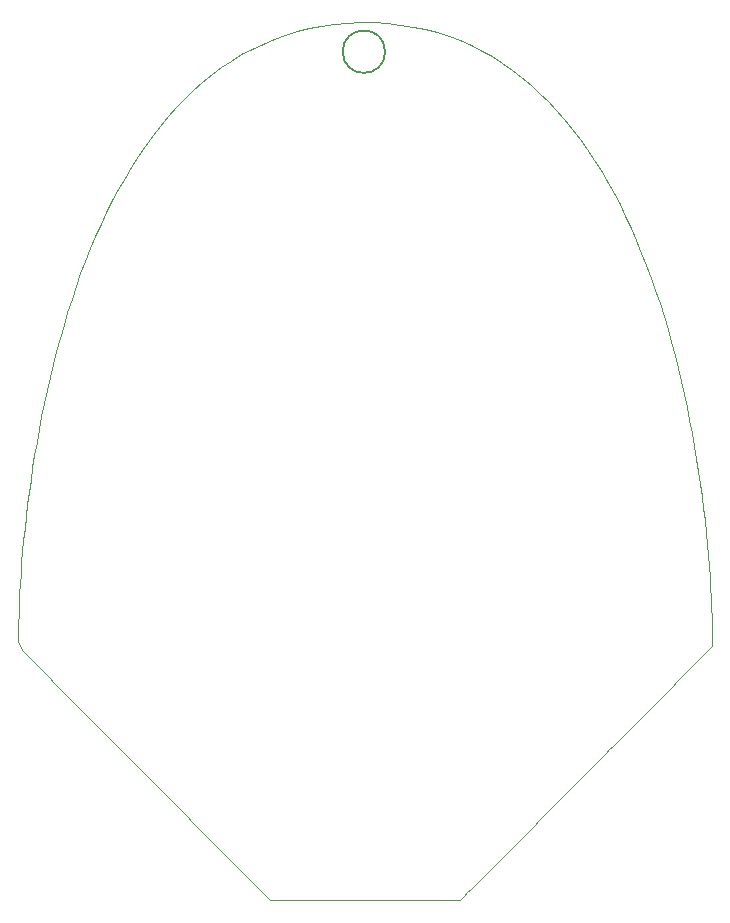
<source format=gbr>
G04 #@! TF.GenerationSoftware,KiCad,Pcbnew,5.1.5-52549c5~86~ubuntu18.04.1*
G04 #@! TF.CreationDate,2020-04-16T18:44:58-06:00*
G04 #@! TF.ProjectId,001,3030312e-6b69-4636-9164-5f7063625858,rev?*
G04 #@! TF.SameCoordinates,Original*
G04 #@! TF.FileFunction,Profile,NP*
%FSLAX46Y46*%
G04 Gerber Fmt 4.6, Leading zero omitted, Abs format (unit mm)*
G04 Created by KiCad (PCBNEW 5.1.5-52549c5~86~ubuntu18.04.1) date 2020-04-16 18:44:58*
%MOMM*%
%LPD*%
G04 APERTURE LIST*
%ADD10C,0.152400*%
%ADD11C,0.100000*%
G04 APERTURE END LIST*
D10*
X156101051Y-66040000D02*
G75*
G03X156101051Y-66040000I-1796051J0D01*
G01*
D11*
X154396680Y-63550001D02*
X154010641Y-63550001D01*
X154010641Y-63550001D02*
X152876863Y-63596116D01*
X152876863Y-63596116D02*
X151771961Y-63696251D01*
X151771961Y-63696251D02*
X150695585Y-63848995D01*
X150695585Y-63848995D02*
X149647381Y-64052937D01*
X149647381Y-64052937D02*
X148627000Y-64306666D01*
X148627000Y-64306666D02*
X147634089Y-64608769D01*
X147634089Y-64608769D02*
X146668297Y-64957837D01*
X146668297Y-64957837D02*
X145729273Y-65352457D01*
X145729273Y-65352457D02*
X144816664Y-65791219D01*
X144816664Y-65791219D02*
X143930119Y-66272710D01*
X143930119Y-66272710D02*
X143069287Y-66795520D01*
X143069287Y-66795520D02*
X142233816Y-67358238D01*
X142233816Y-67358238D02*
X141423355Y-67959452D01*
X141423355Y-67959452D02*
X140637551Y-68597750D01*
X140637551Y-68597750D02*
X139876054Y-69271722D01*
X139876054Y-69271722D02*
X139138512Y-69979956D01*
X139138512Y-69979956D02*
X138424573Y-70721041D01*
X138424573Y-70721041D02*
X137733886Y-71493566D01*
X137733886Y-71493566D02*
X137066099Y-72296119D01*
X137066099Y-72296119D02*
X136420860Y-73127289D01*
X136420860Y-73127289D02*
X135797819Y-73985664D01*
X135797819Y-73985664D02*
X135196623Y-74869834D01*
X135196623Y-74869834D02*
X134616921Y-75778387D01*
X134616921Y-75778387D02*
X134058362Y-76709912D01*
X134058362Y-76709912D02*
X133520593Y-77662997D01*
X133520593Y-77662997D02*
X133003263Y-78636232D01*
X133003263Y-78636232D02*
X132506022Y-79628204D01*
X132506022Y-79628204D02*
X132028516Y-80637503D01*
X132028516Y-80637503D02*
X131570395Y-81662717D01*
X131570395Y-81662717D02*
X131131307Y-82702435D01*
X131131307Y-82702435D02*
X130710901Y-83755246D01*
X130710901Y-83755246D02*
X130308824Y-84819738D01*
X130308824Y-84819738D02*
X129924726Y-85894500D01*
X129924726Y-85894500D02*
X129558255Y-86978121D01*
X129558255Y-86978121D02*
X129209059Y-88069189D01*
X129209059Y-88069189D02*
X128876786Y-89166294D01*
X128876786Y-89166294D02*
X128561086Y-90268023D01*
X128561086Y-90268023D02*
X128261605Y-91372966D01*
X128261605Y-91372966D02*
X127977994Y-92479711D01*
X127977994Y-92479711D02*
X127709898Y-93586847D01*
X127709898Y-93586847D02*
X127456975Y-94692963D01*
X127456975Y-94692963D02*
X127218864Y-95796647D01*
X127218864Y-95796647D02*
X126995213Y-96896488D01*
X126995213Y-96896488D02*
X126785674Y-97991075D01*
X126785674Y-97991075D02*
X126589895Y-99078997D01*
X126589895Y-99078997D02*
X126407524Y-100158841D01*
X126407524Y-100158841D02*
X126238209Y-101229197D01*
X126238209Y-101229197D02*
X126081600Y-102288654D01*
X126081600Y-102288654D02*
X125937344Y-103335800D01*
X125937344Y-103335800D02*
X125805090Y-104369224D01*
X125805090Y-104369224D02*
X125684486Y-105387515D01*
X125684486Y-105387515D02*
X125575182Y-106389261D01*
X125575182Y-106389261D02*
X125476823Y-107373051D01*
X125476823Y-107373051D02*
X125389062Y-108337473D01*
X125389062Y-108337473D02*
X125311544Y-109281117D01*
X125311544Y-109281117D02*
X125243919Y-110202572D01*
X125243919Y-110202572D02*
X125185835Y-111100425D01*
X125185835Y-111100425D02*
X125136939Y-111973265D01*
X125136939Y-111973265D02*
X125096882Y-112819682D01*
X125096882Y-112819682D02*
X125065311Y-113638264D01*
X125065311Y-113638264D02*
X125041878Y-114427599D01*
X125041878Y-114427599D02*
X125026220Y-115186277D01*
X125026220Y-115186277D02*
X125018001Y-115912885D01*
X125018001Y-115912885D02*
X125350720Y-116713165D01*
X125350720Y-116713165D02*
X125684579Y-117049447D01*
X125684579Y-117049447D02*
X126018438Y-117385730D01*
X126018438Y-117385730D02*
X126352296Y-117722012D01*
X126352296Y-117722012D02*
X126686155Y-118058294D01*
X126686155Y-118058294D02*
X127020015Y-118394577D01*
X127020015Y-118394577D02*
X127353873Y-118730859D01*
X127353873Y-118730859D02*
X127687732Y-119067141D01*
X127687732Y-119067141D02*
X128021591Y-119403423D01*
X128021591Y-119403423D02*
X128355450Y-119739705D01*
X128355450Y-119739705D02*
X128689309Y-120075988D01*
X128689309Y-120075988D02*
X129023167Y-120412270D01*
X129023167Y-120412270D02*
X129357026Y-120748552D01*
X129357026Y-120748552D02*
X129690885Y-121084835D01*
X129690885Y-121084835D02*
X130024744Y-121421117D01*
X130024744Y-121421117D02*
X130358603Y-121757399D01*
X130358603Y-121757399D02*
X130692461Y-122093681D01*
X130692461Y-122093681D02*
X131026320Y-122429964D01*
X131026320Y-122429964D02*
X131360179Y-122766246D01*
X131360179Y-122766246D02*
X131694038Y-123102528D01*
X131694038Y-123102528D02*
X132027897Y-123438810D01*
X132027897Y-123438810D02*
X132361755Y-123775093D01*
X132361755Y-123775093D02*
X132695614Y-124111375D01*
X132695614Y-124111375D02*
X133029473Y-124447657D01*
X133029473Y-124447657D02*
X133363332Y-124783939D01*
X133363332Y-124783939D02*
X133697191Y-125120222D01*
X133697191Y-125120222D02*
X134031049Y-125456504D01*
X134031049Y-125456504D02*
X134364908Y-125792786D01*
X134364908Y-125792786D02*
X134698767Y-126129068D01*
X134698767Y-126129068D02*
X135032626Y-126465351D01*
X135032626Y-126465351D02*
X135366485Y-126801633D01*
X135366485Y-126801633D02*
X135700343Y-127137915D01*
X135700343Y-127137915D02*
X136034202Y-127474197D01*
X136034202Y-127474197D02*
X136368061Y-127810480D01*
X136368061Y-127810480D02*
X136701920Y-128146762D01*
X136701920Y-128146762D02*
X137035779Y-128483044D01*
X137035779Y-128483044D02*
X137369637Y-128819326D01*
X137369637Y-128819326D02*
X137703496Y-129155609D01*
X137703496Y-129155609D02*
X138037355Y-129491891D01*
X138037355Y-129491891D02*
X138371214Y-129828173D01*
X138371214Y-129828173D02*
X138705073Y-130164455D01*
X138705073Y-130164455D02*
X139038931Y-130500738D01*
X139038931Y-130500738D02*
X139372790Y-130837020D01*
X139372790Y-130837020D02*
X139706649Y-131173302D01*
X139706649Y-131173302D02*
X140040508Y-131509584D01*
X140040508Y-131509584D02*
X140374367Y-131845867D01*
X140374367Y-131845867D02*
X140708225Y-132182149D01*
X140708225Y-132182149D02*
X141042084Y-132518431D01*
X141042084Y-132518431D02*
X141375943Y-132854713D01*
X141375943Y-132854713D02*
X141709802Y-133190996D01*
X141709802Y-133190996D02*
X142043661Y-133527278D01*
X142043661Y-133527278D02*
X142377519Y-133863560D01*
X142377519Y-133863560D02*
X142711378Y-134199842D01*
X142711378Y-134199842D02*
X143045237Y-134536125D01*
X143045237Y-134536125D02*
X143379096Y-134872407D01*
X143379096Y-134872407D02*
X143712955Y-135208689D01*
X143712955Y-135208689D02*
X144046813Y-135544971D01*
X144046813Y-135544971D02*
X144380672Y-135881254D01*
X144380672Y-135881254D02*
X144714531Y-136217536D01*
X144714531Y-136217536D02*
X145048390Y-136553818D01*
X145048390Y-136553818D02*
X145382249Y-136890100D01*
X145382249Y-136890100D02*
X145716107Y-137226383D01*
X145716107Y-137226383D02*
X146049966Y-137562665D01*
X146049966Y-137562665D02*
X146383825Y-137898947D01*
X146383825Y-137898947D02*
X146634227Y-137898947D01*
X146634227Y-137898947D02*
X146884628Y-137898947D01*
X146884628Y-137898947D02*
X147135030Y-137898947D01*
X147135030Y-137898947D02*
X147385432Y-137898947D01*
X147385432Y-137898947D02*
X147635834Y-137898947D01*
X147635834Y-137898947D02*
X147886236Y-137898947D01*
X147886236Y-137898947D02*
X148136637Y-137898947D01*
X148136637Y-137898947D02*
X148387039Y-137898947D01*
X148387039Y-137898947D02*
X148637441Y-137898947D01*
X148637441Y-137898947D02*
X148887842Y-137898947D01*
X148887842Y-137898947D02*
X149138244Y-137898947D01*
X149138244Y-137898947D02*
X149388646Y-137898947D01*
X149388646Y-137898947D02*
X149639048Y-137898947D01*
X149639048Y-137898947D02*
X149889450Y-137898947D01*
X149889450Y-137898947D02*
X150139851Y-137898947D01*
X150139851Y-137898947D02*
X150390253Y-137898947D01*
X150390253Y-137898947D02*
X150640655Y-137898947D01*
X150640655Y-137898947D02*
X150891057Y-137898947D01*
X150891057Y-137898947D02*
X151141458Y-137898947D01*
X151141458Y-137898947D02*
X151391860Y-137898947D01*
X151391860Y-137898947D02*
X151642262Y-137898947D01*
X151642262Y-137898947D02*
X151892664Y-137898947D01*
X151892664Y-137898947D02*
X152143065Y-137898947D01*
X152143065Y-137898947D02*
X152393467Y-137898947D01*
X152393467Y-137898947D02*
X152643869Y-137898947D01*
X152643869Y-137898947D02*
X152894271Y-137898947D01*
X152894271Y-137898947D02*
X153144672Y-137898947D01*
X153144672Y-137898947D02*
X153395074Y-137898947D01*
X153395074Y-137898947D02*
X153645476Y-137898947D01*
X153645476Y-137898947D02*
X153895878Y-137898947D01*
X153895878Y-137898947D02*
X154146279Y-137898947D01*
X154146279Y-137898947D02*
X154396681Y-137898947D01*
X154396681Y-137898947D02*
X154647083Y-137898947D01*
X154647083Y-137898947D02*
X154897485Y-137898947D01*
X154897485Y-137898947D02*
X155147886Y-137898947D01*
X155147886Y-137898947D02*
X155398288Y-137898947D01*
X155398288Y-137898947D02*
X155648690Y-137898947D01*
X155648690Y-137898947D02*
X155899092Y-137898947D01*
X155899092Y-137898947D02*
X156149493Y-137898947D01*
X156149493Y-137898947D02*
X156399895Y-137898947D01*
X156399895Y-137898947D02*
X156650297Y-137898947D01*
X156650297Y-137898947D02*
X156900699Y-137898947D01*
X156900699Y-137898947D02*
X157151100Y-137898947D01*
X157151100Y-137898947D02*
X157401502Y-137898947D01*
X157401502Y-137898947D02*
X157651904Y-137898947D01*
X157651904Y-137898947D02*
X157902306Y-137898947D01*
X157902306Y-137898947D02*
X158152707Y-137898947D01*
X158152707Y-137898947D02*
X158403109Y-137898947D01*
X158403109Y-137898947D02*
X158653511Y-137898947D01*
X158653511Y-137898947D02*
X158903913Y-137898947D01*
X158903913Y-137898947D02*
X159154314Y-137898947D01*
X159154314Y-137898947D02*
X159404716Y-137898947D01*
X159404716Y-137898947D02*
X159655118Y-137898947D01*
X159655118Y-137898947D02*
X159905520Y-137898947D01*
X159905520Y-137898947D02*
X160155921Y-137898947D01*
X160155921Y-137898947D02*
X160406323Y-137898947D01*
X160406323Y-137898947D02*
X160656725Y-137898947D01*
X160656725Y-137898947D02*
X160907127Y-137898947D01*
X160907127Y-137898947D02*
X161157528Y-137898947D01*
X161157528Y-137898947D02*
X161407930Y-137898947D01*
X161407930Y-137898947D02*
X161658332Y-137898947D01*
X161658332Y-137898947D02*
X161908734Y-137898947D01*
X161908734Y-137898947D02*
X162159135Y-137898947D01*
X162159135Y-137898947D02*
X162409537Y-137898947D01*
X162409537Y-137898947D02*
X162743396Y-137562665D01*
X162743396Y-137562665D02*
X163077255Y-137226383D01*
X163077255Y-137226383D02*
X163411113Y-136890100D01*
X163411113Y-136890100D02*
X163744972Y-136553818D01*
X163744972Y-136553818D02*
X164078831Y-136217536D01*
X164078831Y-136217536D02*
X164412690Y-135881254D01*
X164412690Y-135881254D02*
X164746549Y-135544971D01*
X164746549Y-135544971D02*
X165080407Y-135208689D01*
X165080407Y-135208689D02*
X165414266Y-134872407D01*
X165414266Y-134872407D02*
X165748125Y-134536125D01*
X165748125Y-134536125D02*
X166081984Y-134199842D01*
X166081984Y-134199842D02*
X166415843Y-133863560D01*
X166415843Y-133863560D02*
X166749701Y-133527278D01*
X166749701Y-133527278D02*
X167083560Y-133190996D01*
X167083560Y-133190996D02*
X167417419Y-132854713D01*
X167417419Y-132854713D02*
X167751278Y-132518431D01*
X167751278Y-132518431D02*
X168085137Y-132182149D01*
X168085137Y-132182149D02*
X168418995Y-131845867D01*
X168418995Y-131845867D02*
X168752854Y-131509584D01*
X168752854Y-131509584D02*
X169086713Y-131173302D01*
X169086713Y-131173302D02*
X169420572Y-130837020D01*
X169420572Y-130837020D02*
X169754431Y-130500738D01*
X169754431Y-130500738D02*
X170088289Y-130164455D01*
X170088289Y-130164455D02*
X170422148Y-129828173D01*
X170422148Y-129828173D02*
X170756007Y-129491891D01*
X170756007Y-129491891D02*
X171089866Y-129155609D01*
X171089866Y-129155609D02*
X171423725Y-128819326D01*
X171423725Y-128819326D02*
X171757583Y-128483044D01*
X171757583Y-128483044D02*
X172091442Y-128146762D01*
X172091442Y-128146762D02*
X172425301Y-127810480D01*
X172425301Y-127810480D02*
X172759160Y-127474197D01*
X172759160Y-127474197D02*
X173093019Y-127137915D01*
X173093019Y-127137915D02*
X173426877Y-126801633D01*
X173426877Y-126801633D02*
X173760736Y-126465351D01*
X173760736Y-126465351D02*
X174094595Y-126129068D01*
X174094595Y-126129068D02*
X174428454Y-125792786D01*
X174428454Y-125792786D02*
X174762312Y-125456504D01*
X174762312Y-125456504D02*
X175096171Y-125120222D01*
X175096171Y-125120222D02*
X175430030Y-124783939D01*
X175430030Y-124783939D02*
X175763889Y-124447657D01*
X175763889Y-124447657D02*
X176097748Y-124111375D01*
X176097748Y-124111375D02*
X176431606Y-123775093D01*
X176431606Y-123775093D02*
X176765465Y-123438810D01*
X176765465Y-123438810D02*
X177099324Y-123102528D01*
X177099324Y-123102528D02*
X177433183Y-122766246D01*
X177433183Y-122766246D02*
X177767042Y-122429964D01*
X177767042Y-122429964D02*
X178100900Y-122093681D01*
X178100900Y-122093681D02*
X178434759Y-121757399D01*
X178434759Y-121757399D02*
X178768618Y-121421117D01*
X178768618Y-121421117D02*
X179102477Y-121084835D01*
X179102477Y-121084835D02*
X179436336Y-120748552D01*
X179436336Y-120748552D02*
X179770194Y-120412270D01*
X179770194Y-120412270D02*
X180104053Y-120075988D01*
X180104053Y-120075988D02*
X180437912Y-119739705D01*
X180437912Y-119739705D02*
X180771771Y-119403423D01*
X180771771Y-119403423D02*
X181105630Y-119067141D01*
X181105630Y-119067141D02*
X181439488Y-118730859D01*
X181439488Y-118730859D02*
X181773347Y-118394577D01*
X181773347Y-118394577D02*
X182107206Y-118058294D01*
X182107206Y-118058294D02*
X182441065Y-117722012D01*
X182441065Y-117722012D02*
X182774924Y-117385730D01*
X182774924Y-117385730D02*
X183108782Y-117049447D01*
X183108782Y-117049447D02*
X183442641Y-116713165D01*
X183442641Y-116713165D02*
X183776500Y-116376883D01*
X183776500Y-116376883D02*
X183776500Y-116147753D01*
X183776500Y-116147753D02*
X183770700Y-115432147D01*
X183770700Y-115432147D02*
X183757520Y-114684002D01*
X183757520Y-114684002D02*
X183736690Y-113904730D01*
X183736690Y-113904730D02*
X183707890Y-113095740D01*
X183707890Y-113095740D02*
X183670710Y-112258445D01*
X183670710Y-112258445D02*
X183624800Y-111394255D01*
X183624800Y-111394255D02*
X183569820Y-110504583D01*
X183569820Y-110504583D02*
X183505420Y-109590839D01*
X183505420Y-109590839D02*
X183431240Y-108654435D01*
X183431240Y-108654435D02*
X183346930Y-107696781D01*
X183346930Y-107696781D02*
X183252150Y-106719290D01*
X183252150Y-106719290D02*
X183146533Y-105723373D01*
X183146533Y-105723373D02*
X183029731Y-104710440D01*
X183029731Y-104710440D02*
X182901404Y-103681904D01*
X182901404Y-103681904D02*
X182761189Y-102639175D01*
X182761189Y-102639175D02*
X182608734Y-101583665D01*
X182608734Y-101583665D02*
X182443690Y-100516785D01*
X182443690Y-100516785D02*
X182265713Y-99439947D01*
X182265713Y-99439947D02*
X182074442Y-98354561D01*
X182074442Y-98354561D02*
X181869526Y-97262039D01*
X181869526Y-97262039D02*
X181650623Y-96163792D01*
X181650623Y-96163792D02*
X181417371Y-95061232D01*
X181417371Y-95061232D02*
X181169420Y-93955770D01*
X181169420Y-93955770D02*
X180906417Y-92848818D01*
X180906417Y-92848818D02*
X180628021Y-91741785D01*
X180628021Y-91741785D02*
X180333870Y-90636085D01*
X180333870Y-90636085D02*
X180023617Y-89533128D01*
X180023617Y-89533128D02*
X179696908Y-88434325D01*
X179696908Y-88434325D02*
X179353397Y-87341087D01*
X179353397Y-87341087D02*
X178992723Y-86254827D01*
X178992723Y-86254827D02*
X178614540Y-85176955D01*
X178614540Y-85176955D02*
X178218495Y-84108883D01*
X178218495Y-84108883D02*
X177804238Y-83052022D01*
X177804238Y-83052022D02*
X177371416Y-82007783D01*
X177371416Y-82007783D02*
X176919679Y-80977577D01*
X176919679Y-80977577D02*
X176448674Y-79962816D01*
X176448674Y-79962816D02*
X175958050Y-78964912D01*
X175958050Y-78964912D02*
X175447455Y-77985274D01*
X175447455Y-77985274D02*
X174916539Y-77025316D01*
X174916539Y-77025316D02*
X174364948Y-76086448D01*
X174364948Y-76086448D02*
X173792333Y-75170080D01*
X173792333Y-75170080D02*
X173198341Y-74277626D01*
X173198341Y-74277626D02*
X172582620Y-73410496D01*
X172582620Y-73410496D02*
X171944820Y-72570100D01*
X171944820Y-72570100D02*
X171284588Y-71757851D01*
X171284588Y-71757851D02*
X170601573Y-70975161D01*
X170601573Y-70975161D02*
X169895424Y-70223439D01*
X169895424Y-70223439D02*
X169165789Y-69504098D01*
X169165789Y-69504098D02*
X168412316Y-68818548D01*
X168412316Y-68818548D02*
X167634653Y-68168202D01*
X167634653Y-68168202D02*
X166832450Y-67554470D01*
X166832450Y-67554470D02*
X166005355Y-66978763D01*
X166005355Y-66978763D02*
X165153016Y-66442494D01*
X165153016Y-66442494D02*
X164275081Y-65947072D01*
X164275081Y-65947072D02*
X163371199Y-65493911D01*
X163371199Y-65493911D02*
X162441019Y-65084420D01*
X162441019Y-65084420D02*
X161484188Y-64720011D01*
X161484188Y-64720011D02*
X160500356Y-64402096D01*
X160500356Y-64402096D02*
X159489171Y-64132086D01*
X159489171Y-64132086D02*
X158450281Y-63911392D01*
X158450281Y-63911392D02*
X157383334Y-63741425D01*
X157383334Y-63741425D02*
X156287980Y-63623596D01*
X156287980Y-63623596D02*
X155163866Y-63559318D01*
X155163866Y-63559318D02*
X154396680Y-63550001D01*
M02*

</source>
